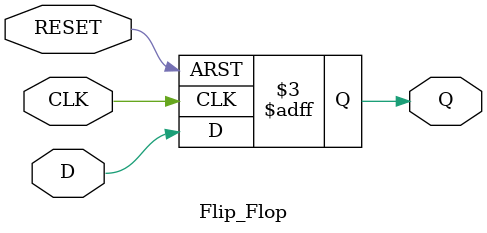
<source format=v>
module Flip_Flop(CLK, RESET, D, Q);

	input CLK, RESET, D;
	output Q;
	reg Q;
	
	always @(posedge CLK or negedge RESET)
	begin
		if (!RESET) Q <= 0;
		else Q <= D;
	end
	
endmodule

</source>
